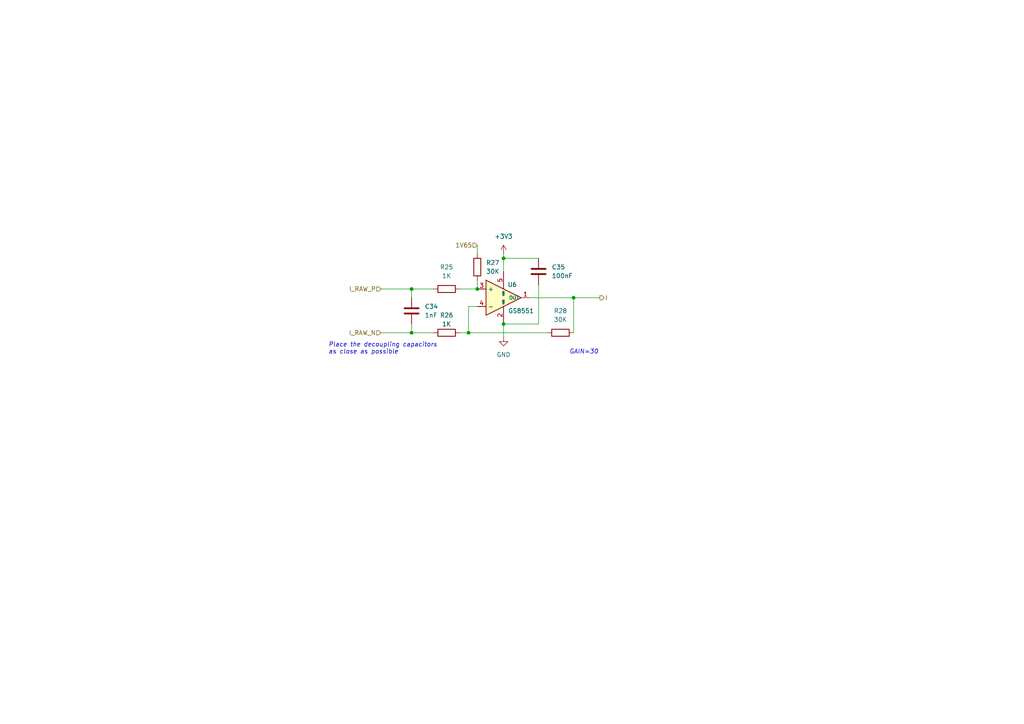
<source format=kicad_sch>
(kicad_sch (version 20211123) (generator eeschema)
  (paper "A4")
  (lib_symbols
    (symbol "Device:C" (pin_numbers hide) (pin_names (offset 0.254))
      (property "Reference" "C" (at 0.635 2.54 0))
      (property "Value" "C" (at 0.635 -2.54 0))
      (symbol "C_0_1"
        (polyline (pts (xy -2.032 -0.762) (xy 2.032 -0.762)) (stroke (width 0.508)))
        (polyline (pts (xy -2.032 0.762) (xy 2.032 0.762)) (stroke (width 0.508)))
      )
      (symbol "C_1_1"
        (pin passive line (at 0 3.81 270) (length 2.794) (name "~") (number "1"))
        (pin passive line (at 0 -3.81 90) (length 2.794) (name "~") (number "2"))
      )
    )
    (symbol "Device:R" (pin_numbers hide) (pin_names (offset 0))
      (property "Reference" "R" (at 2.032 0 90))
      (property "Value" "R" (at 0 0 90))
      (symbol "R_0_1"
        (rectangle (start -1.016 -2.54) (end 1.016 2.54) (stroke (width 0.254)))
      )
      (symbol "R_1_1"
        (pin passive line (at 0 3.81 270) (length 1.27) (name "~") (number "1"))
        (pin passive line (at 0 -3.81 90) (length 1.27) (name "~") (number "2"))
      )
    )
    (symbol "My_ADC:GS8551"
      (property "Reference" "U" (at 5.842 13.462 0))
      (property "Value" "GS8551" (at -3.81 14.224 0))
      (symbol "GS8551_1_1"
        (polyline (pts (xy -5.08 5.08) (xy 5.08 0) (xy -5.08 -5.08) (xy -5.08 5.08) (xy -5.08 5.08)) (stroke (width 0.254)) (fill (type background)))
        (pin output line (at 7.62 0 180) (length 2.54) (name "OUT") (number "1"))
        (pin power_in line (at 0 -7.62 90) (length 5.08) (name "VSS") (number "2"))
        (pin input line (at -7.62 2.54 0) (length 2.54) (name "+") (number "3"))
        (pin input line (at -7.62 -2.54 0) (length 2.54) (name "-") (number "4"))
        (pin power_in line (at 0 7.62 270) (length 5.08) (name "VDD") (number "5"))
      )
    )
    (symbol "power:+3V3" (power) (pin_names (offset 0))
      (property "Value" "+3V3" (at 0 3.556 0))
      (symbol "+3V3_0_1"
        (polyline (pts (xy -0.762 1.27) (xy 0 2.54)))
        (polyline (pts (xy 0 0) (xy 0 2.54)))
        (polyline (pts (xy 0 2.54) (xy 0.762 1.27)))
      )
      (symbol "+3V3_1_1"
        (pin power_in line (at 0 0 90) (length 0) hide (name "+3V3") (number "1"))
      )
    )
    (symbol "power:GND" (power) (pin_names (offset 0))
      (property "Value" "GND" (at 0 -3.81 0))
      (symbol "GND_0_1"
        (polyline (pts (xy 0 0) (xy 0 -1.27) (xy 1.27 -1.27) (xy 0 -2.54) (xy -1.27 -1.27) (xy 0 -1.27)))
      )
      (symbol "GND_1_1"
        (pin power_in line (at 0 0 270) (length 0) hide (name "GND") (number "1"))
      )
    )
  )
  (junction (at 119.38 96.52))
  (junction (at 166.37 86.36))
  (junction (at 119.38 83.82))
  (junction (at 138.43 83.82))
  (junction (at 146.05 74.93))
  (junction (at 146.05 93.98))
  (junction (at 135.89 96.52))
  (wire (pts (xy 166.37 96.52) (xy 166.37 86.36)))
  (wire (pts (xy 146.05 97.79) (xy 146.05 93.98)))
  (wire (pts (xy 146.05 74.93) (xy 146.05 78.74)))
  (wire (pts (xy 146.05 74.93) (xy 156.21 74.93)))
  (wire (pts (xy 119.38 83.82) (xy 119.38 86.36)))
  (wire (pts (xy 166.37 86.36) (xy 173.99 86.36)))
  (wire (pts (xy 135.89 88.9) (xy 135.89 96.52)))
  (wire (pts (xy 119.38 93.98) (xy 119.38 96.52)))
  (wire (pts (xy 119.38 96.52) (xy 125.73 96.52)))
  (wire (pts (xy 119.38 83.82) (xy 125.73 83.82)))
  (wire (pts (xy 110.49 83.82) (xy 119.38 83.82)))
  (wire (pts (xy 138.43 88.9) (xy 135.89 88.9)))
  (wire (pts (xy 138.43 81.28) (xy 138.43 83.82)))
  (wire (pts (xy 156.21 82.55) (xy 156.21 93.98)))
  (wire (pts (xy 133.35 83.82) (xy 138.43 83.82)))
  (wire (pts (xy 156.21 93.98) (xy 146.05 93.98)))
  (wire (pts (xy 153.67 86.36) (xy 166.37 86.36)))
  (wire (pts (xy 138.43 71.12) (xy 138.43 73.66)))
  (wire (pts (xy 135.89 96.52) (xy 133.35 96.52)))
  (wire (pts (xy 146.05 73.66) (xy 146.05 74.93)))
  (wire (pts (xy 135.89 96.52) (xy 158.75 96.52)))
  (wire (pts (xy 110.49 96.52) (xy 119.38 96.52)))
  (text "GAIN=30" (at 165.1 102.87 0) (effects (font (size 1.27 1.27) italic) (justify left bottom)))
  (text "Place the decoupling capacitors\nas close as possible" (at 95.25 102.87 0) (effects (font (size 1.27 1.27) italic) (justify left bottom)))
  (hierarchical_label "1V65" (shape input) (at 138.43 71.12 180))
  (hierarchical_label "I_RAW_N" (shape input) (at 110.49 96.52 180))
  (hierarchical_label "I" (shape output) (at 173.99 86.36 0))
  (hierarchical_label "I_RAW_P" (shape input) (at 110.49 83.82 180))
  (symbol (lib_id "Device:R") (at 129.54 83.82 90) (unit 1)
    (property "Reference" "R25" (at 129.54 77.47 90))
    (property "Value" "1K" (at 129.54 80.01 90))
    (property "Footprint" "Resistor_SMD:R_0603_1608Metric" (effects hide))
  )
  (symbol (lib_id "Device:C") (at 119.38 90.17 0) (unit 1)
    (property "Reference" "C34" (at 123.19 88.8999 0) (effects (justify left)))
    (property "Value" "1nF" (at 123.19 91.4399 0) (effects (justify left)))
    (property "Footprint" "Capacitor_SMD:C_0603_1608Metric" (effects hide))
  )
  (symbol (lib_id "power:+3V3") (at 146.05 73.66 0) (unit 1)
    (property "Reference" "#PWR051" (effects hide))
    (property "Value" "+3V3" (at 146.05 68.58 0))
  )
  (symbol (lib_id "power:GND") (at 146.05 97.79 0) (unit 1)
    (property "Reference" "#PWR052" (effects hide))
    (property "Value" "GND" (at 146.05 102.87 0))
  )
  (symbol (lib_id "Device:R") (at 129.54 96.52 90) (unit 1)
    (property "Reference" "R26" (at 129.54 91.44 90))
    (property "Value" "1K" (at 129.54 93.98 90))
    (property "Footprint" "Resistor_SMD:R_0603_1608Metric" (effects hide))
  )
  (symbol (lib_id "Device:R") (at 162.56 96.52 90) (unit 1)
    (property "Reference" "R28" (at 162.56 90.17 90))
    (property "Value" "30K" (at 162.56 92.71 90))
    (property "Footprint" "Resistor_SMD:R_0603_1608Metric" (effects hide))
  )
  (symbol (lib_id "My_ADC:GS8551") (at 146.05 86.36 0) (unit 1)
    (property "Reference" "U6" (at 148.59 82.55 0))
    (property "Value" "GS8551" (at 151.13 90.17 0))
    (property "Footprint" "Package_TO_SOT_SMD:SOT-23-5" (effects hide))
  )
  (symbol (lib_id "Device:C") (at 156.21 78.74 0) (unit 1)
    (property "Reference" "C35" (at 160.02 77.4699 0) (effects (justify left)))
    (property "Value" "100nF" (at 160.02 80.0099 0) (effects (justify left)))
    (property "Footprint" "Capacitor_SMD:C_0603_1608Metric" (effects hide))
  )
  (symbol (lib_id "Device:R") (at 138.43 77.47 0) (unit 1)
    (property "Reference" "R27" (at 140.97 76.1999 0) (effects (justify left)))
    (property "Value" "30K" (at 140.97 78.7399 0) (effects (justify left)))
    (property "Footprint" "Resistor_SMD:R_0603_1608Metric" (effects hide))
  )
)
</source>
